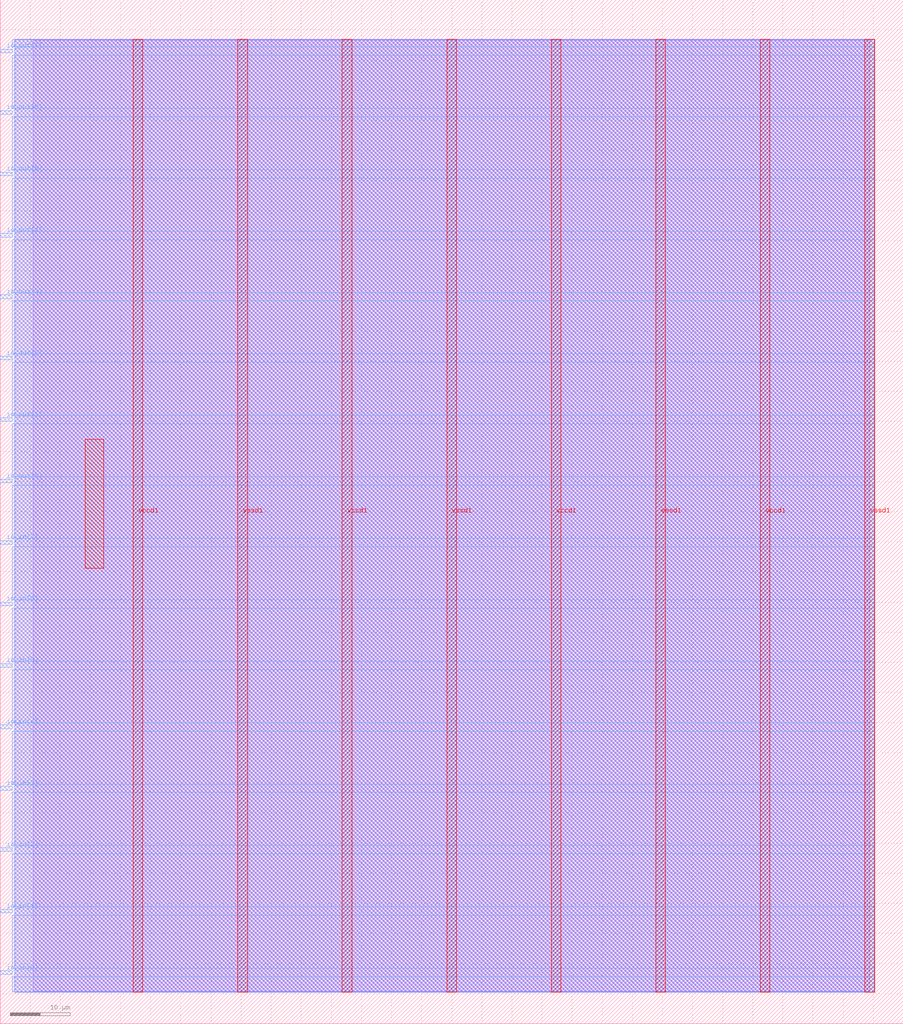
<source format=lef>
VERSION 5.7 ;
  NOWIREEXTENSIONATPIN ON ;
  DIVIDERCHAR "/" ;
  BUSBITCHARS "[]" ;
MACRO yannickreiss_dot_op
  CLASS BLOCK ;
  FOREIGN yannickreiss_dot_op ;
  ORIGIN 0.000 0.000 ;
  SIZE 150.000 BY 170.000 ;
  PIN io_in[0]
    DIRECTION INPUT ;
    USE SIGNAL ;
    PORT
      LAYER met3 ;
        RECT 0.000 8.200 2.000 8.800 ;
    END
  END io_in[0]
  PIN io_in[1]
    DIRECTION INPUT ;
    USE SIGNAL ;
    PORT
      LAYER met3 ;
        RECT 0.000 18.400 2.000 19.000 ;
    END
  END io_in[1]
  PIN io_in[2]
    DIRECTION INPUT ;
    USE SIGNAL ;
    PORT
      LAYER met3 ;
        RECT 0.000 28.600 2.000 29.200 ;
    END
  END io_in[2]
  PIN io_in[3]
    DIRECTION INPUT ;
    USE SIGNAL ;
    PORT
      LAYER met3 ;
        RECT 0.000 38.800 2.000 39.400 ;
    END
  END io_in[3]
  PIN io_in[4]
    DIRECTION INPUT ;
    USE SIGNAL ;
    PORT
      LAYER met3 ;
        RECT 0.000 49.000 2.000 49.600 ;
    END
  END io_in[4]
  PIN io_in[5]
    DIRECTION INPUT ;
    USE SIGNAL ;
    PORT
      LAYER met3 ;
        RECT 0.000 59.200 2.000 59.800 ;
    END
  END io_in[5]
  PIN io_in[6]
    DIRECTION INPUT ;
    USE SIGNAL ;
    PORT
      LAYER met3 ;
        RECT 0.000 69.400 2.000 70.000 ;
    END
  END io_in[6]
  PIN io_in[7]
    DIRECTION INPUT ;
    USE SIGNAL ;
    PORT
      LAYER met3 ;
        RECT 0.000 79.600 2.000 80.200 ;
    END
  END io_in[7]
  PIN io_out[0]
    DIRECTION OUTPUT TRISTATE ;
    USE SIGNAL ;
    PORT
      LAYER met3 ;
        RECT 0.000 89.800 2.000 90.400 ;
    END
  END io_out[0]
  PIN io_out[1]
    DIRECTION OUTPUT TRISTATE ;
    USE SIGNAL ;
    PORT
      LAYER met3 ;
        RECT 0.000 100.000 2.000 100.600 ;
    END
  END io_out[1]
  PIN io_out[2]
    DIRECTION OUTPUT TRISTATE ;
    USE SIGNAL ;
    PORT
      LAYER met3 ;
        RECT 0.000 110.200 2.000 110.800 ;
    END
  END io_out[2]
  PIN io_out[3]
    DIRECTION OUTPUT TRISTATE ;
    USE SIGNAL ;
    PORT
      LAYER met3 ;
        RECT 0.000 120.400 2.000 121.000 ;
    END
  END io_out[3]
  PIN io_out[4]
    DIRECTION OUTPUT TRISTATE ;
    USE SIGNAL ;
    PORT
      LAYER met3 ;
        RECT 0.000 130.600 2.000 131.200 ;
    END
  END io_out[4]
  PIN io_out[5]
    DIRECTION OUTPUT TRISTATE ;
    USE SIGNAL ;
    PORT
      LAYER met3 ;
        RECT 0.000 140.800 2.000 141.400 ;
    END
  END io_out[5]
  PIN io_out[6]
    DIRECTION OUTPUT TRISTATE ;
    USE SIGNAL ;
    PORT
      LAYER met3 ;
        RECT 0.000 151.000 2.000 151.600 ;
    END
  END io_out[6]
  PIN io_out[7]
    DIRECTION OUTPUT TRISTATE ;
    USE SIGNAL ;
    PORT
      LAYER met3 ;
        RECT 0.000 161.200 2.000 161.800 ;
    END
  END io_out[7]
  PIN vccd1
    DIRECTION INOUT ;
    USE POWER ;
    PORT
      LAYER met4 ;
        RECT 22.085 5.200 23.685 163.440 ;
    END
    PORT
      LAYER met4 ;
        RECT 56.815 5.200 58.415 163.440 ;
    END
    PORT
      LAYER met4 ;
        RECT 91.545 5.200 93.145 163.440 ;
    END
    PORT
      LAYER met4 ;
        RECT 126.275 5.200 127.875 163.440 ;
    END
  END vccd1
  PIN vssd1
    DIRECTION INOUT ;
    USE GROUND ;
    PORT
      LAYER met4 ;
        RECT 39.450 5.200 41.050 163.440 ;
    END
    PORT
      LAYER met4 ;
        RECT 74.180 5.200 75.780 163.440 ;
    END
    PORT
      LAYER met4 ;
        RECT 108.910 5.200 110.510 163.440 ;
    END
    PORT
      LAYER met4 ;
        RECT 143.640 5.200 145.240 163.440 ;
    END
  END vssd1
  OBS
      LAYER li1 ;
        RECT 5.520 5.355 144.440 163.285 ;
      LAYER met1 ;
        RECT 2.370 5.200 145.240 163.440 ;
      LAYER met2 ;
        RECT 2.390 5.255 145.210 163.385 ;
      LAYER met3 ;
        RECT 2.000 162.200 145.230 163.365 ;
        RECT 2.400 160.800 145.230 162.200 ;
        RECT 2.000 152.000 145.230 160.800 ;
        RECT 2.400 150.600 145.230 152.000 ;
        RECT 2.000 141.800 145.230 150.600 ;
        RECT 2.400 140.400 145.230 141.800 ;
        RECT 2.000 131.600 145.230 140.400 ;
        RECT 2.400 130.200 145.230 131.600 ;
        RECT 2.000 121.400 145.230 130.200 ;
        RECT 2.400 120.000 145.230 121.400 ;
        RECT 2.000 111.200 145.230 120.000 ;
        RECT 2.400 109.800 145.230 111.200 ;
        RECT 2.000 101.000 145.230 109.800 ;
        RECT 2.400 99.600 145.230 101.000 ;
        RECT 2.000 90.800 145.230 99.600 ;
        RECT 2.400 89.400 145.230 90.800 ;
        RECT 2.000 80.600 145.230 89.400 ;
        RECT 2.400 79.200 145.230 80.600 ;
        RECT 2.000 70.400 145.230 79.200 ;
        RECT 2.400 69.000 145.230 70.400 ;
        RECT 2.000 60.200 145.230 69.000 ;
        RECT 2.400 58.800 145.230 60.200 ;
        RECT 2.000 50.000 145.230 58.800 ;
        RECT 2.400 48.600 145.230 50.000 ;
        RECT 2.000 39.800 145.230 48.600 ;
        RECT 2.400 38.400 145.230 39.800 ;
        RECT 2.000 29.600 145.230 38.400 ;
        RECT 2.400 28.200 145.230 29.600 ;
        RECT 2.000 19.400 145.230 28.200 ;
        RECT 2.400 18.000 145.230 19.400 ;
        RECT 2.000 9.200 145.230 18.000 ;
        RECT 2.400 7.800 145.230 9.200 ;
        RECT 2.000 5.275 145.230 7.800 ;
      LAYER met4 ;
        RECT 14.095 75.655 17.185 97.065 ;
  END
END yannickreiss_dot_op
END LIBRARY


</source>
